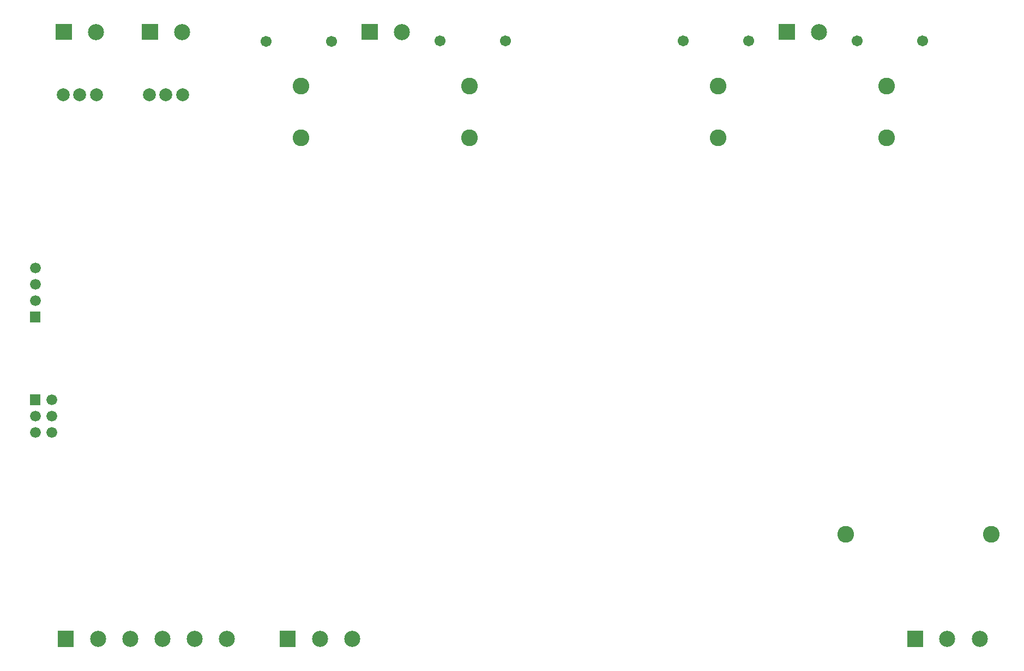
<source format=gbs>
G04 Layer: BottomSolderMaskLayer*
G04 EasyEDA v6.4.25, 2022-01-11T20:07:54+10:00*
G04 7104220f9c2d43f39f118c43d8da538e,d80d0e5f2d5a449f809f9e2067d82b7d,10*
G04 Gerber Generator version 0.2*
G04 Scale: 100 percent, Rotated: No, Reflected: No *
G04 Dimensions in millimeters *
G04 leading zeros omitted , absolute positions ,4 integer and 5 decimal *
%FSLAX45Y45*%
%MOMM*%

%ADD63C,1.7016*%
%ADD64C,1.6764*%
%ADD75C,2.5016*%
%ADD82C,2.6016*%
%ADD90C,2.0016*%

%LPD*%
D63*
G01*
X3987800Y-683412D03*
G01*
X5003800Y-683412D03*
G01*
X7708900Y-673404D03*
G01*
X6692900Y-673404D03*
G01*
X10464800Y-673404D03*
G01*
X11480800Y-673404D03*
G01*
X14185900Y-673404D03*
G01*
X13169900Y-673404D03*
D64*
G01*
X660400Y-6758508D03*
G01*
X406400Y-6758508D03*
G01*
X660400Y-6504508D03*
G01*
X406400Y-6504508D03*
G01*
X660400Y-6250508D03*
G36*
X322579Y-6334252D02*
G01*
X322579Y-6166612D01*
X490220Y-6166612D01*
X490220Y-6334252D01*
G37*
G36*
X322579Y-5051552D02*
G01*
X322579Y-4883912D01*
X490220Y-4883912D01*
X490220Y-5051552D01*
G37*
G01*
X406400Y-4713808D03*
G01*
X406400Y-4459808D03*
G01*
X406400Y-4205808D03*
G36*
X5473191Y-658368D02*
G01*
X5473191Y-408431D01*
X5723381Y-408431D01*
X5723381Y-658368D01*
G37*
D75*
G01*
X6098362Y-533425D03*
G36*
X11950191Y-658368D02*
G01*
X11950191Y-408431D01*
X12200381Y-408431D01*
X12200381Y-658368D01*
G37*
G01*
X12575362Y-533425D03*
G36*
X725170Y-658368D02*
G01*
X725170Y-408431D01*
X975360Y-408431D01*
X975360Y-658368D01*
G37*
G01*
X1350263Y-533425D03*
G36*
X2063241Y-658368D02*
G01*
X2063241Y-408431D01*
X2313431Y-408431D01*
X2313431Y-658368D01*
G37*
G01*
X2688386Y-533425D03*
G36*
X755142Y-10094468D02*
G01*
X755142Y-9844531D01*
X1005331Y-9844531D01*
X1005331Y-10094468D01*
G37*
G01*
X1380312Y-9969525D03*
G01*
X1880311Y-9969525D03*
G01*
X2380310Y-9969525D03*
G01*
X2880309Y-9969525D03*
G01*
X3380308Y-9969525D03*
G36*
X13945870Y-10094468D02*
G01*
X13945870Y-9844531D01*
X14196059Y-9844531D01*
X14196059Y-10094468D01*
G37*
G01*
X14570887Y-9969525D03*
G01*
X15070886Y-9969525D03*
G36*
X4200906Y-10094468D02*
G01*
X4200906Y-9844531D01*
X4451095Y-9844531D01*
X4451095Y-10094468D01*
G37*
G01*
X4826000Y-9969525D03*
G01*
X5325999Y-9969525D03*
D82*
G01*
X7150100Y-1378000D03*
G01*
X7150100Y-2177999D03*
G01*
X11010900Y-1378000D03*
G01*
X11010900Y-2177999D03*
G01*
X13627100Y-1378000D03*
G01*
X13627100Y-2177999D03*
G01*
X15252420Y-8343900D03*
G01*
X12992430Y-8343900D03*
G01*
X4533900Y-1378000D03*
G01*
X4533900Y-2177999D03*
D90*
G01*
X1355242Y-1511300D03*
G01*
X845235Y-1511300D03*
G01*
X1099235Y-1511300D03*
G01*
X2693390Y-1511300D03*
G01*
X2183384Y-1511300D03*
G01*
X2437384Y-1511300D03*
M02*

</source>
